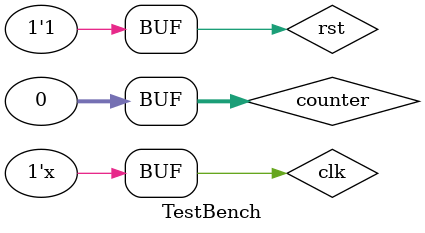
<source format=v>
module TestBench;

reg         clk;
reg         rst;
integer     i, outfile, counter;

always #10 clk = ~clk;    

pipelined_mips mips(
    .clk(clk),
    .rst(rst)
);
  
initial begin

    counter = 0;
    clk = 0;
    rst = 0;
    
    #20
    rst = 1;
    
end

endmodule

</source>
